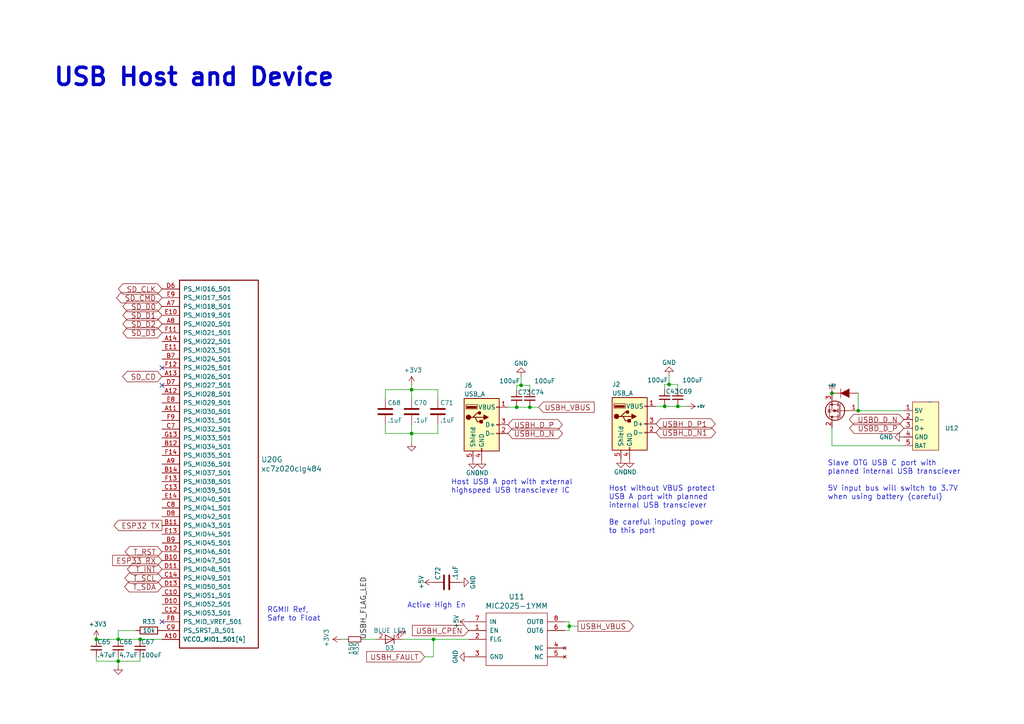
<source format=kicad_sch>
(kicad_sch (version 20230121) (generator eeschema)
  (paper "A4")
  (junction (at 119.38 113.03))
  (junction (at 34.29 191.77))
  (junction (at 34.29 185.42))
  (junction (at 241.3 114.046))
  (junction (at 40.64 185.42))
  (junction (at 149.86 118.11))
  (junction (at 153.67 118.11))
  (junction (at 192.786 117.856))
  (junction (at 151.13 111.76))
  (junction (at 125.73 185.42))
  (junction (at 248.92 119.126))
  (junction (at 194.056 111.506))
  (junction (at 119.38 125.73))
  (junction (at 196.596 117.856))
  (junction (at 165.1 181.61))
  (junction (at 27.94 185.42))
  (no_connect (at 46.99 106.68))
  (no_connect (at 46.99 111.76))
  (no_connect (at 46.99 180.34))
  (wire (pts (xy 27.94 190.5) (xy 27.94 191.77)))
  (wire (pts (xy 165.1 180.34) (xy 163.83 180.34)))
  (wire (pts (xy 135.89 185.42) (xy 125.73 185.42)))
  (wire (pts (xy 34.29 191.77) (xy 34.29 193.04)))
  (wire (pts (xy 192.786 117.856) (xy 196.596 117.856)))
  (wire (pts (xy 127 115.57) (xy 127 113.03)))
  (wire (pts (xy 153.67 118.11) (xy 156.21 118.11)))
  (wire (pts (xy 27.94 191.77) (xy 34.29 191.77)))
  (wire (pts (xy 165.1 181.61) (xy 167.64 181.61)))
  (wire (pts (xy 153.67 111.76) (xy 153.67 113.03)))
  (wire (pts (xy 34.29 185.42) (xy 40.64 185.42)))
  (wire (pts (xy 119.38 128.27) (xy 119.38 125.73)))
  (wire (pts (xy 119.38 113.03) (xy 119.38 115.57)))
  (wire (pts (xy 248.92 114.046) (xy 248.92 119.126)))
  (wire (pts (xy 151.13 111.76) (xy 153.67 111.76)))
  (wire (pts (xy 248.92 119.126) (xy 262.128 119.126)))
  (wire (pts (xy 100.33 185.42) (xy 99.06 185.42)))
  (wire (pts (xy 111.76 113.03) (xy 119.38 113.03)))
  (wire (pts (xy 125.73 190.5) (xy 125.73 185.42)))
  (wire (pts (xy 119.38 111.76) (xy 119.38 113.03)))
  (wire (pts (xy 147.32 118.11) (xy 149.86 118.11)))
  (wire (pts (xy 111.76 123.19) (xy 111.76 125.73)))
  (wire (pts (xy 127 125.73) (xy 127 123.19)))
  (wire (pts (xy 192.786 111.506) (xy 192.786 112.776)))
  (wire (pts (xy 123.19 190.5) (xy 125.73 190.5)))
  (wire (pts (xy 111.76 115.57) (xy 111.76 113.03)))
  (wire (pts (xy 119.38 113.03) (xy 127 113.03)))
  (wire (pts (xy 192.786 111.506) (xy 194.056 111.506)))
  (wire (pts (xy 194.056 111.506) (xy 196.596 111.506)))
  (wire (pts (xy 194.056 108.966) (xy 194.056 111.506)))
  (wire (pts (xy 40.64 191.77) (xy 40.64 190.5)))
  (wire (pts (xy 111.76 125.73) (xy 119.38 125.73)))
  (wire (pts (xy 34.29 191.77) (xy 34.29 190.5)))
  (wire (pts (xy 34.29 182.88) (xy 34.29 185.42)))
  (wire (pts (xy 125.73 185.42) (xy 116.84 185.42)))
  (wire (pts (xy 241.3 129.286) (xy 241.3 124.206)))
  (wire (pts (xy 165.1 180.34) (xy 165.1 181.61)))
  (wire (pts (xy 149.86 111.76) (xy 149.86 113.03)))
  (wire (pts (xy 190.246 117.856) (xy 192.786 117.856)))
  (wire (pts (xy 163.83 182.88) (xy 165.1 182.88)))
  (wire (pts (xy 196.596 111.506) (xy 196.596 112.776)))
  (wire (pts (xy 149.86 118.11) (xy 153.67 118.11)))
  (wire (pts (xy 119.38 125.73) (xy 127 125.73)))
  (wire (pts (xy 149.86 111.76) (xy 151.13 111.76)))
  (wire (pts (xy 46.99 185.42) (xy 40.64 185.42)))
  (wire (pts (xy 39.37 182.88) (xy 34.29 182.88)))
  (wire (pts (xy 27.94 185.42) (xy 34.29 185.42)))
  (wire (pts (xy 151.13 109.22) (xy 151.13 111.76)))
  (wire (pts (xy 165.1 182.88) (xy 165.1 181.61)))
  (wire (pts (xy 196.596 117.856) (xy 199.136 117.856)))
  (wire (pts (xy 119.38 123.19) (xy 119.38 125.73)))
  (wire (pts (xy 105.41 185.42) (xy 109.22 185.42)))
  (wire (pts (xy 34.29 191.77) (xy 40.64 191.77)))
  (wire (pts (xy 262.128 129.286) (xy 241.3 129.286)))
  (text "Host without VBUS protect \nUSB A port with planned \ninternal USB transciever\n\nBe careful inputing power\nto this port" (at 176.53 154.94 0) (effects (font (size 1.524 1.524)) (justify left bottom)))
  (text "RGMII Ref, \nSafe to Float" (at 77.47 180.34 0) (effects (font (size 1.524 1.524)) (justify left bottom)))
  (text "Active High En" (at 118.11 176.53 0) (effects (font (size 1.524 1.524)) (justify left bottom)))
  (text "USB Host and Device" (at 15.24 25.4 0) (effects (font (size 5.0038 5.0038) (thickness 1.0008) bold) (justify left bottom)))
  (text "Slave OTG USB C port with \nplanned internal USB transciever\n\n5V input bus will switch to 3.7V \nwhen using battery (careful)\n\n" (at 240.03 147.574 0) (effects (font (size 1.524 1.524)) (justify left bottom)))
  (text "Host USB A port with external \nhighspeed USB transciever IC" (at 130.81 143.256 0) (effects (font (size 1.524 1.524)) (justify left bottom)))
  (label "USBH_FLAG_LED" (at 106.68 185.42 90) (effects (font (size 1.524 1.524))))
  (global_label "T_RST" (shape bidirectional) (at 46.99 160.02 180) (effects (font (size 1.524 1.524))) (property "Intersheetrefs" "${INTERSHEET_REFS}" (effects hide)))
  (global_label "USBH_D_N" (shape bidirectional) (at 147.32 125.73 0) (effects (font (size 1.524 1.524))) (property "Intersheetrefs" "${INTERSHEET_REFS}" (effects hide)))
  (global_label "SD_CLK" (shape bidirectional) (at 46.99 83.82 180) (effects (font (size 1.524 1.524))) (property "Intersheetrefs" "${INTERSHEET_REFS}" (effects hide)))
  (global_label "ESP33 RX" (shape input) (at 46.99 162.56 180) (effects (font (size 1.524 1.524))) (property "Intersheetrefs" "${INTERSHEET_REFS}" (effects hide)))
  (global_label "SD_D0" (shape bidirectional) (at 46.99 88.9 180) (effects (font (size 1.524 1.524))) (property "Intersheetrefs" "${INTERSHEET_REFS}" (effects hide)))
  (global_label "USBH_D_P1" (shape bidirectional) (at 190.246 122.936 0) (effects (font (size 1.524 1.524))) (property "Intersheetrefs" "${INTERSHEET_REFS}" (effects hide)))
  (global_label "ESP32 TX" (shape output) (at 46.99 152.4 180) (effects (font (size 1.524 1.524))) (property "Intersheetrefs" "${INTERSHEET_REFS}" (effects hide)))
  (global_label "SD_CD" (shape bidirectional) (at 46.99 109.22 180) (effects (font (size 1.524 1.524))) (property "Intersheetrefs" "${INTERSHEET_REFS}" (effects hide)))
  (global_label "USBH_CPEN" (shape input) (at 135.89 182.88 180) (effects (font (size 1.524 1.524))) (property "Intersheetrefs" "${INTERSHEET_REFS}" (effects hide)))
  (global_label "SD_D3" (shape bidirectional) (at 46.99 96.52 180) (effects (font (size 1.524 1.524))) (property "Intersheetrefs" "${INTERSHEET_REFS}" (effects hide)))
  (global_label "USBH_VBUS" (shape input) (at 156.21 118.11 0) (effects (font (size 1.524 1.524))) (property "Intersheetrefs" "${INTERSHEET_REFS}" (effects hide)))
  (global_label "T_INT" (shape bidirectional) (at 46.99 165.1 180) (effects (font (size 1.524 1.524))) (property "Intersheetrefs" "${INTERSHEET_REFS}" (effects hide)))
  (global_label "USBH_D_N1" (shape bidirectional) (at 190.246 125.476 0) (effects (font (size 1.524 1.524))) (property "Intersheetrefs" "${INTERSHEET_REFS}" (effects hide)))
  (global_label "USBD_D_N" (shape bidirectional) (at 262.128 121.666 180) (effects (font (size 1.524 1.524))) (property "Intersheetrefs" "${INTERSHEET_REFS}" (effects hide)))
  (global_label "SD_CMD" (shape bidirectional) (at 46.99 86.36 180) (effects (font (size 1.524 1.524))) (property "Intersheetrefs" "${INTERSHEET_REFS}" (effects hide)))
  (global_label "USBH_FAULT" (shape input) (at 123.19 190.5 180) (effects (font (size 1.524 1.524))) (property "Intersheetrefs" "${INTERSHEET_REFS}" (effects hide)))
  (global_label "T_SCL" (shape bidirectional) (at 46.99 167.64 180) (effects (font (size 1.524 1.524))) (property "Intersheetrefs" "${INTERSHEET_REFS}" (effects hide)))
  (global_label "USBH_VBUS" (shape output) (at 167.64 181.61 0) (effects (font (size 1.524 1.524))) (property "Intersheetrefs" "${INTERSHEET_REFS}" (effects hide)))
  (global_label "USBH_D_P" (shape bidirectional) (at 147.32 123.19 0) (effects (font (size 1.524 1.524))) (property "Intersheetrefs" "${INTERSHEET_REFS}" (effects hide)))
  (global_label "SD_D1" (shape bidirectional) (at 46.99 91.44 180) (effects (font (size 1.524 1.524))) (property "Intersheetrefs" "${INTERSHEET_REFS}" (effects hide)))
  (global_label "USBD_D_P" (shape bidirectional) (at 262.128 124.206 180) (effects (font (size 1.524 1.524))) (property "Intersheetrefs" "${INTERSHEET_REFS}" (effects hide)))
  (global_label "SD_D2" (shape bidirectional) (at 46.99 93.98 180) (effects (font (size 1.524 1.524))) (property "Intersheetrefs" "${INTERSHEET_REFS}" (effects hide)))
  (global_label "T_SDA" (shape bidirectional) (at 46.99 170.18 180) (effects (font (size 1.524 1.524))) (property "Intersheetrefs" "${INTERSHEET_REFS}" (effects hide)))
  (symbol (lib_id "power:+5V") (at 135.89 180.34 90) (unit 1)
    (property "Reference" "#PWR0110" (effects hide))
    (property "Value" "+5V" (at 132.334 180.34 0))
  )
  (symbol (lib_id "power:GND") (at 135.89 190.5 270) (unit 1)
    (property "Reference" "#PWR0111" (effects hide))
    (property "Value" "GND" (at 132.08 190.5 0))
  )
  (symbol (lib_id "DFTBoard-rescue:USB_A-") (at 139.7 123.19 0) (unit 1)
    (property "Reference" "J6" (at 134.62 111.76 0) (effects (justify left)))
    (property "Value" "USB_A" (at 134.62 114.3 0) (effects (justify left)))
    (property "Footprint" "DFTcustom:USB-A-Receptacle-FCI_87583" (effects hide))
    (property "MFR" "Amphenol ICC" (effects hide))
    (property "MPN" "87583-2010RLF" (effects hide))
    (property "SPR" "Digikey" (effects hide))
    (property "SPN" "609-5390-1-ND" (effects hide))
    (property "SPURL" "-" (effects hide))
  )
  (symbol (lib_id "power:GND") (at 137.16 133.35 0) (unit 1)
    (property "Reference" "#PWR0112" (effects hide))
    (property "Value" "GND" (at 137.16 137.16 0))
  )
  (symbol (lib_id "power:GND") (at 139.7 133.35 0) (unit 1)
    (property "Reference" "#PWR0113" (effects hide))
    (property "Value" "GND" (at 139.7 137.16 0))
  )
  (symbol (lib_id "Device:C") (at 111.76 119.38 0) (unit 1)
    (property "Reference" "C68" (at 112.395 116.84 0) (effects (justify left)))
    (property "Value" ".1uF" (at 112.395 121.92 0) (effects (justify left)))
    (property "Footprint" "Capacitor_SMD:C_0402_1005Metric" (effects hide))
    (property "MFR" "Yageo" (effects hide))
    (property "MPN" "CC0402KRX7R6BB104" (effects hide))
    (property "SPR" "Digikey" (effects hide))
    (property "SPN" "311-1345-1-ND" (effects hide))
    (instances (project "DFTBoard" (path "" (reference "C68") (unit 1)) (path "" (reference "C?") (unit 1))))
  )
  (symbol (lib_id "Device:C") (at 119.38 119.38 0) (unit 1)
    (property "Reference" "C70" (at 120.015 116.84 0) (effects (justify left)))
    (property "Value" ".1uF" (at 120.015 121.92 0) (effects (justify left)))
    (property "Footprint" "Capacitor_SMD:C_0402_1005Metric" (effects hide))
    (property "MFR" "Yageo" (effects hide))
    (property "MPN" "CC0402KRX7R6BB104" (effects hide))
    (property "SPR" "Digikey" (effects hide))
    (property "SPN" "311-1345-1-ND" (effects hide))
    (instances (project "DFTBoard" (path "" (reference "C70") (unit 1)) (path "" (reference "C?") (unit 1))))
  )
  (symbol (lib_id "Device:C") (at 127 119.38 0) (unit 1)
    (property "Reference" "C71" (at 127.635 116.84 0) (effects (justify left)))
    (property "Value" ".1uF" (at 127.635 121.92 0) (effects (justify left)))
    (property "Footprint" "Capacitor_SMD:C_0402_1005Metric" (effects hide))
    (property "MFR" "Yageo" (effects hide))
    (property "MPN" "CC0402KRX7R6BB104" (effects hide))
    (property "SPR" "Digikey" (effects hide))
    (property "SPN" "311-1345-1-ND" (effects hide))
    (instances (project "DFTBoard" (path "" (reference "C71") (unit 1)) (path "" (reference "C?") (unit 1))))
  )
  (symbol (lib_id "power:+3V3") (at 119.38 111.76 0) (unit 1)
    (property "Reference" "#PWR0105" (effects hide))
    (property "Value" "+3.3V" (at 119.761 107.3658 0))
  )
  (symbol (lib_id "power:GND") (at 119.38 128.27 0) (unit 1)
    (property "Reference" "#PWR0106" (effects hide))
    (property "Value" "GND" (effects hide))
  )
  (symbol (lib_id "Micrel:MIC2025-1YMM") (at 140.97 193.04 0) (unit 1)
    (property "Reference" "U11" (at 149.86 173.0502 0) (effects (font (size 1.524 1.524))))
    (property "Value" "MIC2025-1YMM" (at 149.86 175.7426 0) (effects (font (size 1.524 1.524))))
    (property "Footprint" "SOP65P490X110-8N:SOP65P490X110-8N" (effects hide))
    (property "MFR" "Microchip" (effects hide))
    (property "MPN" "MIC2025-1YMM-TR" (effects hide))
    (property "SPR" "Digikey" (effects hide))
    (property "SPN" "MIC2025-1YMM-CT-ND" (effects hide))
    (property "SPURL" "-" (effects hide))
  )
  (symbol (lib_id "DFTBoard-rescue:LED-") (at 113.03 185.42 180) (unit 1)
    (property "Reference" "D3" (at 113.03 187.96 0))
    (property "Value" "BLUE LED" (at 113.03 182.88 0))
    (property "Footprint" "Capacitor_SMD:C_0603_1608Metric" (effects hide))
    (property "MFR" "Vishay Semiconductors" (effects hide))
    (property "MPN" "VLMB1300-GS08" (effects hide))
    (property "SPR" "Digikey" (effects hide))
    (property "SPN" "VLMB1300-GS08CT-ND" (effects hide))
  )
  (symbol (lib_id "Device:R_Small") (at 102.87 185.42 270) (unit 1)
    (property "Reference" "R35" (at 103.378 186.182 0) (effects (justify left)))
    (property "Value" "150" (at 101.854 186.182 0) (effects (justify left)))
    (property "Footprint" "Resistor_SMD:R_0402_1005Metric" (effects hide))
    (property "MFR" "Yageo" (effects hide))
    (property "MPN" "RC0402FR-07150RL" (effects hide))
    (property "SPR" "Digikey" (effects hide))
    (property "SPN" "311-150LRTR-ND" (effects hide))
  )
  (symbol (lib_id "power:+5V") (at 125.73 168.91 90) (unit 1)
    (property "Reference" "#PWR0108" (effects hide))
    (property "Value" "+5V" (at 122.174 168.91 0))
  )
  (symbol (lib_id "Device:C") (at 129.54 168.91 90) (unit 1)
    (property "Reference" "C72" (at 127 168.275 0) (effects (justify left)))
    (property "Value" ".1uF" (at 132.08 168.275 0) (effects (justify left)))
    (property "Footprint" "Capacitor_SMD:C_0402_1005Metric" (effects hide))
    (property "MFR" "Yageo" (effects hide))
    (property "MPN" "CC0402KRX7R6BB104" (effects hide))
    (property "SPR" "Digikey" (effects hide))
    (property "SPN" "311-1345-1-ND" (effects hide))
    (instances (project "DFTBoard" (path "" (reference "C72") (unit 1)) (path "" (reference "C?") (unit 1))))
  )
  (symbol (lib_id "power:GND") (at 133.35 168.91 90) (unit 1)
    (property "Reference" "#PWR0109" (effects hide))
    (property "Value" "GND" (at 137.16 168.91 0))
  )
  (symbol (lib_id "Device:R") (at 43.18 182.88 270) (unit 1)
    (property "Reference" "R33" (at 43.18 180.34 90))
    (property "Value" "10k" (at 43.18 182.88 90))
    (property "Footprint" "Resistor_SMD:R_0402_1005Metric" (effects hide))
    (property "MFR" "Yageo" (effects hide))
    (property "MPN" "RC0402FR-0710KL" (effects hide))
    (property "SPR" "Digikey" (effects hide))
    (property "SPN" "311-10.0KLRTR-ND" (effects hide))
  )
  (symbol (lib_id "Device:C_Small") (at 149.86 115.57 0) (unit 1)
    (property "Reference" "C73" (at 150.114 113.792 0) (effects (justify left)))
    (property "Value" "100uF" (at 144.78 110.49 0) (effects (justify left)))
    (property "Footprint" "Capacitor_SMD:C_1210_3225Metric" (effects hide))
    (property "MFR" "TAIYO YUDEN" (effects hide))
    (property "MPN" "JMK325ABJ107MM-P" (effects hide))
    (property "SPR" "Digikey" (effects hide))
    (property "SPN" "587-4313-1-ND" (effects hide))
    (instances (project "DFTBoard" (path "" (reference "C73") (unit 1)) (path "" (reference "C?") (unit 1))))
  )
  (symbol (lib_id "Device:C_Small") (at 153.67 115.57 0) (unit 1)
    (property "Reference" "C74" (at 153.924 113.792 0) (effects (justify left)))
    (property "Value" "100uF" (at 154.94 110.49 0) (effects (justify left)))
    (property "Footprint" "Capacitor_SMD:C_1210_3225Metric" (effects hide))
    (property "MFR" "TAIYO YUDEN" (effects hide))
    (property "MPN" "JMK325ABJ107MM-P" (effects hide))
    (property "SPR" "Digikey" (effects hide))
    (property "SPN" "587-4313-1-ND" (effects hide))
    (instances (project "DFTBoard" (path "" (reference "C74") (unit 1)) (path "" (reference "C?") (unit 1))))
  )
  (symbol (lib_id "power:GND") (at 151.13 109.22 180) (unit 1)
    (property "Reference" "#PWR0114" (effects hide))
    (property "Value" "GND" (at 151.13 105.41 0))
  )
  (symbol (lib_id "power:+3V3") (at 27.94 185.42 0) (unit 1)
    (property "Reference" "#PWR0101" (effects hide))
    (property "Value" "+3.3V" (at 28.321 181.0258 0))
  )
  (symbol (lib_id "Device:C_Small") (at 40.64 187.96 0) (unit 1)
    (property "Reference" "C67" (at 40.894 186.182 0) (effects (justify left)))
    (property "Value" "100uF" (at 40.894 189.992 0) (effects (justify left)))
    (property "Footprint" "Capacitor_SMD:C_1210_3225Metric" (effects hide))
    (property "MFR" "TAIYO YUDEN" (effects hide))
    (property "MPN" "JMK325ABJ107MM-P" (effects hide))
    (property "SPR" "Digikey" (effects hide))
    (property "SPN" "587-4313-1-ND" (effects hide))
    (instances (project "DFTBoard" (path "" (reference "C67") (unit 1)) (path "" (reference "C?") (unit 1))))
  )
  (symbol (lib_id "Device:C_Small") (at 27.94 187.96 0) (unit 1)
    (property "Reference" "C65" (at 28.194 186.182 0) (effects (justify left)))
    (property "Value" ".47uF" (at 28.194 189.992 0) (effects (justify left)))
    (property "Footprint" "Capacitor_SMD:C_0402_1005Metric" (effects hide))
    (property "MFR" "Yageo" (effects hide))
    (property "MPN" "CC0402KRX5R5BB474" (effects hide))
    (property "SPR" "Digikey" (effects hide))
    (property "SPN" "311-1684-1-ND" (effects hide))
    (instances (project "DFTBoard" (path "" (reference "C65") (unit 1)) (path "" (reference "C?") (unit 1))))
  )
  (symbol (lib_id "Device:C_Small") (at 34.29 187.96 0) (unit 1)
    (property "Reference" "C66" (at 34.544 186.182 0) (effects (justify left)))
    (property "Value" "4.7uF" (at 34.544 189.992 0) (effects (justify left)))
    (property "Footprint" "Capacitor_SMD:C_0402_1005Metric" (effects hide))
    (property "MFR" "Murata" (effects hide))
    (property "MPN" "GRM155R60G475ME47D" (effects hide))
    (property "SPR" "Digikey" (effects hide))
    (property "SPN" "490-11980-1-ND" (effects hide))
    (instances (project "DFTBoard" (path "" (reference "C66") (unit 1)) (path "" (reference "C?") (unit 1))))
  )
  (symbol (lib_id "power:GND") (at 34.29 193.04 0) (unit 1)
    (property "Reference" "#PWR0102" (effects hide))
    (property "Value" "GND" (effects hide))
    (instances (project "DFTBoard" (path "" (reference "#PWR0102") (unit 1)) (path "" (reference "#PWR?") (unit 1))))
  )
  (symbol (lib_id "xilinx7:xc7z020clg484") (at 46.99 83.82 0) (unit 7)
    (property "Reference" "U20" (at 75.7174 133.2738 0) (effects (font (size 1.524 1.524)) (justify left)))
    (property "Value" "xc7z020clg484" (at 75.7174 135.9662 0) (effects (font (size 1.524 1.524)) (justify left)))
    (property "Footprint" "DFTcustom:BGA-484_19.0x19.0mm_Layout22x22_P0.80mm_dia0.40mm" (effects hide))
    (property "MFR" "Xilinx" (effects hide))
    (property "MPN" "XC7Z020-1CLG484C" (effects hide))
    (property "SPR" "Digikey" (effects hide))
    (property "SPN" "122-1850-ND" (effects hide))
    (property "SPURL" "-" (effects hide))
  )
  (symbol (lib_id "power:+3V3") (at 99.06 185.42 90) (unit 1)
    (property "Reference" "#PWR0103" (effects hide))
    (property "Value" "+3.3V" (at 94.6658 185.039 0))
  )
  (symbol (lib_id "Device:C_Small") (at 192.786 115.316 0) (unit 1)
    (property "Reference" "C43" (at 193.04 113.538 0) (effects (justify left)))
    (property "Value" "100uF" (at 187.706 110.236 0) (effects (justify left)))
    (property "Footprint" "Capacitor_SMD:C_1210_3225Metric" (effects hide))
    (property "MFR" "TAIYO YUDEN" (effects hide))
    (property "MPN" "JMK325ABJ107MM-P" (effects hide))
    (property "SPR" "Digikey" (effects hide))
    (property "SPN" "587-4313-1-ND" (effects hide))
    (instances (project "DFTBoard" (path "" (reference "C43") (unit 1)) (path "" (reference "C?") (unit 1))))
  )
  (symbol (lib_id "Transistor_FET:NDT3055L") (at 243.84 119.126 180) (unit 1)
    (property "Reference" "Q1" (effects hide))
    (property "Value" "NDT452AP" (effects hide))
    (property "Footprint" "Package_TO_SOT_SMD:SOT-223-3_TabPin2" (effects hide))
    (property "Datasheet" "P-Channel 30 V 5A (Ta) 3W (Ta) Surface Mount SOT-223-4" (effects hide))
  )
  (symbol (lib_id "power:+5V") (at 199.136 117.856 270) (unit 1)
    (property "Reference" "#PWR0241" (effects hide))
    (property "Value" "+5V" (at 203.2 117.856 90) (effects (font (size 0.762 0.762))))
    (instances (project "DFTBoard" (path "" (reference "#PWR0241") (unit 1))) (project "DFTBoard" (path "" (reference "#PWR099") (unit 1))))
  )
  (symbol (lib_id "power:GND") (at 180.086 133.096 0) (unit 1)
    (property "Reference" "#PWR092" (effects hide))
    (property "Value" "GND" (at 180.086 136.906 0))
  )
  (symbol (lib_id "power:GND") (at 262.128 126.746 270) (unit 1)
    (property "Reference" "#PWR058" (effects hide))
    (property "Value" "GND" (at 257.048 126.746 90))
  )
  (symbol (lib_id "DFTCustom:D") (at 245.11 114.046 0) (unit 1)
    (property "Reference" "S8KC-13" (effects hide))
    (property "Value" "D" (effects hide))
    (property "Footprint" "Diode_SMD:D_SMC" (effects hide))
    (property "Datasheet" "https://www.digikey.com/en/products/detail/diodes-incorporated/S8KC-13/1774331?utm_adgroup=&utm_source=google&utm_medium=cpc&utm_campaign=Pmax_Shopping_Product_Silicon%20Valley%20Category%20Awareness&utm_term=&utm_content=&utm_id=go_cmp-20773039395_adg-_ad-__dev-c_ext-_prd-1774331_sig-CjwKCAjwx-CyBhAqEiwAeOcTdXS5Fo1s5RWQlkYP0aKofgIUKeyPtI1VUYtZ7Qr9V9PHjbQ_fVuSnhoCxUQQAvD_BwE&gad_source=1&gclid=CjwKCAjwx-CyBhAqEiwAeOcTdXS5Fo1s5RWQlkYP0aKofgIUKeyPtI1VUYtZ7Qr9V9PHjbQ_fVuSnhoCxUQQAvD_BwE" (effects hide))
  )
  (symbol (lib_id "Device:C_Small") (at 196.596 115.316 0) (unit 1)
    (property "Reference" "C69" (at 196.85 113.538 0) (effects (justify left)))
    (property "Value" "100uF" (at 197.866 110.236 0) (effects (justify left)))
    (property "Footprint" "Capacitor_SMD:C_1210_3225Metric" (effects hide))
    (property "MFR" "TAIYO YUDEN" (effects hide))
    (property "MPN" "JMK325ABJ107MM-P" (effects hide))
    (property "SPR" "Digikey" (effects hide))
    (property "SPN" "587-4313-1-ND" (effects hide))
    (instances (project "DFTBoard" (path "" (reference "C69") (unit 1)) (path "" (reference "C?") (unit 1))))
  )
  (symbol (lib_id "power:GND") (at 182.626 133.096 0) (unit 1)
    (property "Reference" "#PWR097" (effects hide))
    (property "Value" "GND" (at 182.626 136.906 0))
  )
  (symbol (lib_id "power:+5V") (at 241.3 114.046 0) (unit 1)
    (property "Reference" "#PWR0241" (effects hide))
    (property "Value" "+5V" (at 241.3 111.76 0) (effects (font (size 0.762 0.762))))
    (instances (project "DFTBoard" (path "" (reference "#PWR0241") (unit 1))) (project "DFTBoard" (path "" (reference "#PWR061") (unit 1))))
  )
  (symbol (lib_id "power:GND") (at 194.056 108.966 180) (unit 1)
    (property "Reference" "#PWR098" (effects hide))
    (property "Value" "GND" (at 194.056 105.156 0))
  )
  (symbol (lib_id "new shii:Micro_Lipo_Charger") (at 269.748 116.586 0) (unit 1)
    (property "Reference" "U12" (at 274.066 124.206 0) (effects (justify left)))
    (property "Value" "~" (at 269.748 116.586 0))
    (property "Footprint" "Y!:Micro Lipo" (effects hide))
  )
  (symbol (lib_id "DFTBoard-rescue:USB_A-") (at 182.626 122.936 0) (unit 1)
    (property "Reference" "J2" (at 177.546 111.506 0) (effects (justify left)))
    (property "Value" "USB_A" (at 177.546 114.046 0) (effects (justify left)))
    (property "Footprint" "DFTcustom:USB-A-Receptacle-FCI_87583" (effects hide))
    (property "MFR" "Amphenol ICC" (effects hide))
    (property "MPN" "87583-2010RLF" (effects hide))
    (property "SPR" "Digikey" (effects hide))
    (property "SPN" "609-5390-1-ND" (effects hide))
    (property "SPURL" "-" (effects hide))
  )
)
</source>
